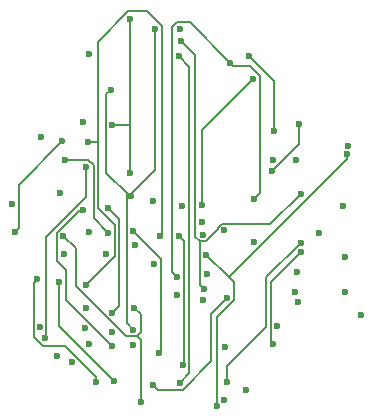
<source format=gbr>
%TF.GenerationSoftware,KiCad,Pcbnew,9.0.1*%
%TF.CreationDate,2025-06-29T08:21:18-07:00*%
%TF.ProjectId,Complete_Watch,436f6d70-6c65-4746-955f-57617463682e,rev?*%
%TF.SameCoordinates,Original*%
%TF.FileFunction,Copper,L2,Inr*%
%TF.FilePolarity,Positive*%
%FSLAX46Y46*%
G04 Gerber Fmt 4.6, Leading zero omitted, Abs format (unit mm)*
G04 Created by KiCad (PCBNEW 9.0.1) date 2025-06-29 08:21:18*
%MOMM*%
%LPD*%
G01*
G04 APERTURE LIST*
%TA.AperFunction,ViaPad*%
%ADD10C,0.600000*%
%TD*%
%TA.AperFunction,Conductor*%
%ADD11C,0.200000*%
%TD*%
G04 APERTURE END LIST*
D10*
%TO.N,Net-(CHG1-VBAT)*%
X215000000Y-80452200D03*
X211021600Y-88115500D03*
X228754400Y-87988700D03*
%TO.N,USB + *%
X234756400Y-93191800D03*
X238941300Y-93191800D03*
%TO.N,GNDREF*%
X214755200Y-92314300D03*
X219433600Y-100737300D03*
%TO.N,CHIP_POW*%
X224887600Y-88431400D03*
X213522500Y-97094200D03*
X217001900Y-82598600D03*
X225205100Y-99413300D03*
%TO.N,Charge_STAT*%
X229001800Y-100785300D03*
X221005500Y-97695200D03*
X235207700Y-89028000D03*
%TO.N,Bat_ON*%
X230543700Y-101500000D03*
X215188600Y-90005900D03*
%TO.N,F*%
X215239400Y-82040400D03*
X218913500Y-88201200D03*
X223243000Y-98386000D03*
X221041600Y-88076800D03*
%TO.N,P*%
X214587200Y-98582600D03*
X239115500Y-81555300D03*
X228142500Y-102892700D03*
X234792000Y-82043700D03*
X227229600Y-90050000D03*
%TO.N,N*%
X225127900Y-85956300D03*
X232843700Y-82061300D03*
X216927100Y-96261800D03*
X221200500Y-89204200D03*
%TO.N,B*%
X222753400Y-90791400D03*
X234852800Y-91520100D03*
X231232100Y-88960000D03*
%TO.N,M*%
X222722600Y-85487100D03*
X226845700Y-85853300D03*
X231169800Y-75140000D03*
X212909700Y-92132600D03*
X217879000Y-100809200D03*
%TO.N,O*%
X232767700Y-82950300D03*
X218897200Y-86130900D03*
X235045400Y-78950000D03*
X215838800Y-99095200D03*
X219228000Y-94951100D03*
X226924500Y-88374100D03*
%TO.N,L*%
X217256000Y-97636900D03*
X228963000Y-93705800D03*
X213133300Y-96185500D03*
X222684400Y-101045900D03*
%TO.N,A*%
X229240100Y-73801100D03*
X231229100Y-85317200D03*
X217249500Y-73053800D03*
X224765600Y-91969400D03*
X236772500Y-88201900D03*
%TO.N,J*%
X228774400Y-97900700D03*
X235241300Y-89812900D03*
X232841900Y-97614900D03*
X219246200Y-96589000D03*
%TO.N,H*%
X240349314Y-95150685D03*
X215115700Y-88447300D03*
X233229200Y-96090000D03*
X221688200Y-102476800D03*
X221116600Y-94531300D03*
%TO.N,D*%
X227246900Y-91720500D03*
X216997000Y-92603600D03*
X217228200Y-80506200D03*
X223255200Y-88448000D03*
%TO.N,K*%
X219242200Y-79024400D03*
X216744500Y-86250800D03*
X220771000Y-83095600D03*
X220772600Y-70062600D03*
X219232400Y-97812800D03*
%TO.N,I*%
X214804000Y-84852100D03*
X221034200Y-96380800D03*
X219112000Y-76065100D03*
X222893700Y-70967300D03*
X220829500Y-85080100D03*
X239215300Y-80808800D03*
X210801800Y-85712500D03*
%TO.N,G*%
X213231900Y-80058700D03*
X224982800Y-100890700D03*
X225006900Y-70950000D03*
X224895200Y-73257400D03*
X232918700Y-79589800D03*
X216772700Y-78791900D03*
X230823800Y-73259000D03*
%TO.N,C*%
X224704000Y-93473600D03*
X234946700Y-94050000D03*
X226873000Y-87286700D03*
%TO.N,E*%
X235204200Y-84878100D03*
X238758900Y-85945700D03*
X225052100Y-71950000D03*
X226978300Y-92956000D03*
%TO.N,UPDI*%
X218744200Y-90025700D03*
X238948050Y-90271363D03*
%TO.N,SDA*%
X226908700Y-93855800D03*
X217243200Y-88156800D03*
%TO.N,Net-(Q1-G)*%
X228704000Y-102330300D03*
X217025100Y-94555700D03*
%TD*%
D11*
%TO.N,Net-(CHG1-VBAT)*%
X211345500Y-84106700D02*
X215000000Y-80452200D01*
X211345500Y-87791600D02*
X211345500Y-84106700D01*
X211021600Y-88115500D02*
X211345500Y-87791600D01*
%TO.N,GNDREF*%
X214755200Y-96058900D02*
X214755200Y-92314300D01*
X219433600Y-100737300D02*
X214755200Y-96058900D01*
%TO.N,CHIP_POW*%
X225326200Y-99292200D02*
X225326200Y-88870000D01*
X217001900Y-82598600D02*
X217001900Y-85199400D01*
X213677000Y-96939700D02*
X213522500Y-97094200D01*
X225326200Y-88870000D02*
X224887600Y-88431400D01*
X217001900Y-85199400D02*
X213677000Y-88524300D01*
X213677000Y-88524300D02*
X213677000Y-96939700D01*
X225205100Y-99413300D02*
X225326200Y-99292200D01*
%TO.N,Charge_STAT*%
X235207700Y-89028000D02*
X232299700Y-91936000D01*
X232299700Y-96144700D02*
X229001800Y-99442600D01*
X229001800Y-99442600D02*
X229001800Y-100785300D01*
X232299700Y-91936000D02*
X232299700Y-96144700D01*
%TO.N,F*%
X221041600Y-88076800D02*
X223347700Y-90382900D01*
X217672900Y-82480000D02*
X217672900Y-86960600D01*
X223347700Y-90382900D02*
X223347700Y-98281300D01*
X217233300Y-82040400D02*
X217672900Y-82480000D01*
X217672900Y-86960600D02*
X218913500Y-88201200D01*
X223347700Y-98281300D02*
X223243000Y-98386000D01*
X215239400Y-82040400D02*
X217233300Y-82040400D01*
%TO.N,P*%
X229097600Y-91917900D02*
X227229600Y-90050000D01*
X229550000Y-93890800D02*
X228142500Y-95298300D01*
X229550000Y-92370400D02*
X229550000Y-93890800D01*
X229097600Y-91917900D02*
X229550000Y-92370400D01*
X239115500Y-81900000D02*
X229097600Y-91917900D01*
X228142500Y-95298300D02*
X228142500Y-102892700D01*
X239115500Y-81555300D02*
X239115500Y-81900000D01*
%TO.N,M*%
X215277000Y-97764500D02*
X217879000Y-100366500D01*
X213356900Y-97764500D02*
X215277000Y-97764500D01*
X226845700Y-79464100D02*
X226845700Y-85853300D01*
X231169800Y-75140000D02*
X226845700Y-79464100D01*
X212589600Y-96997200D02*
X213356900Y-97764500D01*
X217879000Y-100366500D02*
X217879000Y-100809200D01*
X212589600Y-92452700D02*
X212589600Y-96997200D01*
X212909700Y-92132600D02*
X212589600Y-92452700D01*
%TO.N,O*%
X219824300Y-94354800D02*
X219228000Y-94951100D01*
X235045400Y-78950000D02*
X235045400Y-80672600D01*
X219824300Y-87058000D02*
X219824300Y-94354800D01*
X218897200Y-86130900D02*
X219824300Y-87058000D01*
X235045400Y-80672600D02*
X232767700Y-82950300D01*
%TO.N,L*%
X222684400Y-101045900D02*
X223099700Y-101461200D01*
X223099700Y-101461200D02*
X225213700Y-101461200D01*
X227646000Y-99028900D02*
X227646000Y-95022800D01*
X225213700Y-101461200D02*
X227646000Y-99028900D01*
X227646000Y-95022800D02*
X228963000Y-93705800D01*
%TO.N,A*%
X225799700Y-70360700D02*
X224746100Y-70360700D01*
X224330400Y-70776400D02*
X224330400Y-91534200D01*
X231753200Y-84793100D02*
X231753200Y-74890000D01*
X231753200Y-74890000D02*
X230941100Y-74077900D01*
X224330400Y-91534200D02*
X224765600Y-91969400D01*
X229516900Y-74077900D02*
X229240100Y-73801100D01*
X229240100Y-73801100D02*
X225799700Y-70360700D01*
X231229100Y-85317200D02*
X231753200Y-84793100D01*
X230941100Y-74077900D02*
X229516900Y-74077900D01*
X224746100Y-70360700D02*
X224330400Y-70776400D01*
%TO.N,J*%
X232685400Y-97458400D02*
X232685400Y-92368800D01*
X232841900Y-97614900D02*
X232685400Y-97458400D01*
X232685400Y-92368800D02*
X235241300Y-89812900D01*
%TO.N,H*%
X221651200Y-95065900D02*
X221116600Y-94531300D01*
X221331700Y-96944400D02*
X221651200Y-96624900D01*
X221651200Y-96624900D02*
X221651200Y-95065900D01*
X220452500Y-96944400D02*
X221331700Y-96944400D01*
X216187000Y-92678900D02*
X220452500Y-96944400D01*
X216187000Y-89518600D02*
X216187000Y-92678900D01*
X215115700Y-88447300D02*
X216187000Y-89518600D01*
X221688200Y-97300900D02*
X221688200Y-102476800D01*
X221331700Y-96944400D02*
X221688200Y-97300900D01*
%TO.N,D*%
X219457200Y-90143400D02*
X219457200Y-87518400D01*
X219457200Y-87518400D02*
X218016600Y-86077800D01*
X218016600Y-80506200D02*
X218016600Y-72049500D01*
X218016600Y-72049500D02*
X220624700Y-69441400D01*
X222156200Y-69441400D02*
X223437500Y-70722700D01*
X223437500Y-88265700D02*
X223255200Y-88448000D01*
X216997000Y-92603600D02*
X219457200Y-90143400D01*
X218016600Y-86077800D02*
X218016600Y-80506200D01*
X217228200Y-80506200D02*
X218016600Y-80506200D01*
X223437500Y-70722700D02*
X223437500Y-88265700D01*
X220624700Y-69441400D02*
X222156200Y-69441400D01*
%TO.N,K*%
X219232400Y-97812800D02*
X219232400Y-97798300D01*
X214571700Y-90541400D02*
X214571700Y-88168500D01*
X220771000Y-79024400D02*
X220771000Y-70064200D01*
X220771000Y-70064200D02*
X220772600Y-70062600D01*
X214571700Y-88168500D02*
X216489400Y-86250800D01*
X220771000Y-79024400D02*
X219242200Y-79024400D01*
X215347800Y-91317500D02*
X214571700Y-90541400D01*
X215347800Y-93913700D02*
X215347800Y-91317500D01*
X219232400Y-97798300D02*
X215347800Y-93913700D01*
X220771000Y-83095600D02*
X220771000Y-79024400D01*
X216489400Y-86250800D02*
X216744500Y-86250800D01*
%TO.N,I*%
X220554700Y-84946200D02*
X220829500Y-84946200D01*
X220469200Y-95815800D02*
X221034200Y-96380800D01*
X220829500Y-84946200D02*
X220829500Y-85080100D01*
X222893700Y-82882000D02*
X222893700Y-70967300D01*
X218698400Y-83089900D02*
X218698400Y-76478700D01*
X218698400Y-76478700D02*
X219112000Y-76065100D01*
X220554700Y-84946200D02*
X218698400Y-83089900D01*
X220554700Y-84946200D02*
X220469200Y-85031700D01*
X220829500Y-84946200D02*
X222893700Y-82882000D01*
X220469200Y-85031700D02*
X220469200Y-95815800D01*
%TO.N,G*%
X232918700Y-75353900D02*
X230823800Y-73259000D01*
X225775800Y-74138000D02*
X225775800Y-100097700D01*
X224895200Y-73257400D02*
X225775800Y-74138000D01*
X232918700Y-79589800D02*
X232918700Y-75353900D01*
X225775800Y-100097700D02*
X224982800Y-100890700D01*
%TO.N,E*%
X226639300Y-92617000D02*
X226978300Y-92956000D01*
X232637300Y-87445000D02*
X228529300Y-87445000D01*
X226244400Y-88522900D02*
X226244400Y-73142300D01*
X226639300Y-88917800D02*
X226244400Y-88522900D01*
X226244400Y-73142300D02*
X225052100Y-71950000D01*
X226639300Y-88917800D02*
X226639300Y-92617000D01*
X228529300Y-87445000D02*
X228210700Y-87763600D01*
X228210700Y-87763600D02*
X228210700Y-87880200D01*
X228210700Y-87880200D02*
X227173100Y-88917800D01*
X227173100Y-88917800D02*
X226639300Y-88917800D01*
X235204200Y-84878100D02*
X232637300Y-87445000D01*
%TD*%
M02*

</source>
